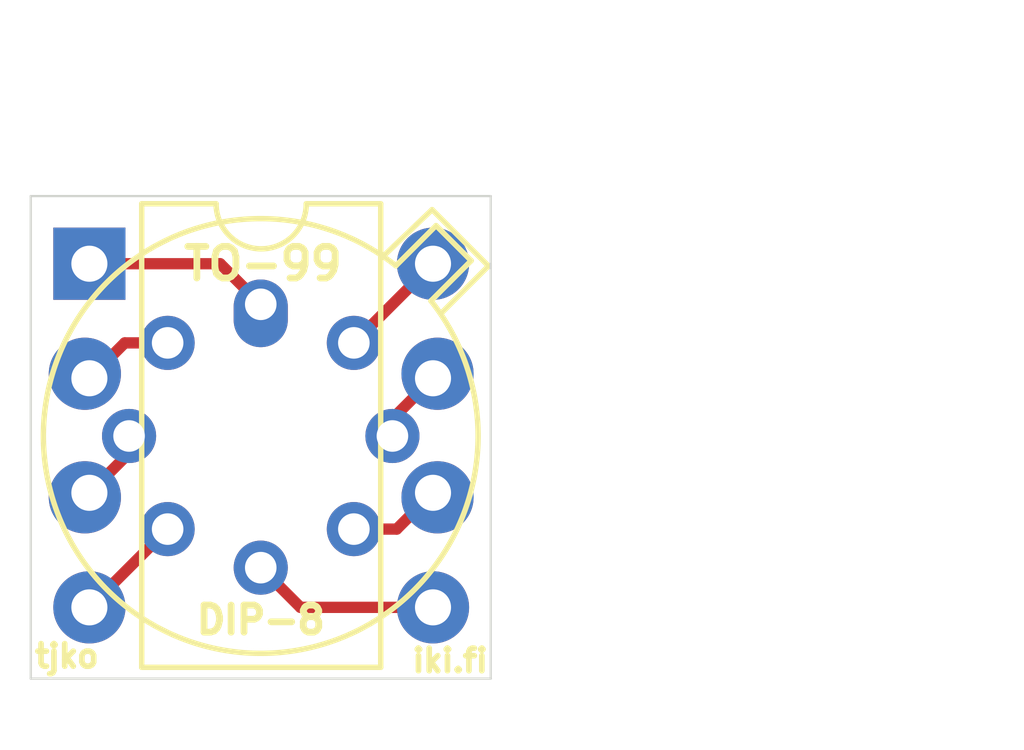
<source format=kicad_pcb>
(kicad_pcb (version 20171130) (host pcbnew "(5.1.6-0-10_14)")

  (general
    (thickness 1.6)
    (drawings 11)
    (tracks 17)
    (zones 0)
    (modules 3)
    (nets 9)
  )

  (page A4)
  (layers
    (0 F.Cu signal)
    (31 B.Cu signal)
    (32 B.Adhes user)
    (33 F.Adhes user)
    (34 B.Paste user)
    (35 F.Paste user)
    (36 B.SilkS user)
    (37 F.SilkS user)
    (38 B.Mask user)
    (39 F.Mask user)
    (40 Dwgs.User user)
    (41 Cmts.User user)
    (42 Eco1.User user)
    (43 Eco2.User user)
    (44 Edge.Cuts user)
    (45 Margin user)
    (46 B.CrtYd user)
    (47 F.CrtYd user)
    (48 B.Fab user)
    (49 F.Fab user)
  )

  (setup
    (last_trace_width 0.25)
    (trace_clearance 0.2)
    (zone_clearance 0.1)
    (zone_45_only no)
    (trace_min 0.2)
    (via_size 0.8)
    (via_drill 0.4)
    (via_min_size 0.4)
    (via_min_drill 0.3)
    (uvia_size 0.3)
    (uvia_drill 0.1)
    (uvias_allowed no)
    (uvia_min_size 0.2)
    (uvia_min_drill 0.1)
    (edge_width 0.05)
    (segment_width 0.2)
    (pcb_text_width 0.3)
    (pcb_text_size 1.5 1.5)
    (mod_edge_width 0.12)
    (mod_text_size 1 1)
    (mod_text_width 0.15)
    (pad_size 1.524 1.524)
    (pad_drill 0.762)
    (pad_to_mask_clearance 0.05)
    (aux_axis_origin 0 0)
    (visible_elements FFFFFF7F)
    (pcbplotparams
      (layerselection 0x010fc_ffffffff)
      (usegerberextensions false)
      (usegerberattributes true)
      (usegerberadvancedattributes true)
      (creategerberjobfile true)
      (excludeedgelayer true)
      (linewidth 0.100000)
      (plotframeref false)
      (viasonmask false)
      (mode 1)
      (useauxorigin false)
      (hpglpennumber 1)
      (hpglpenspeed 20)
      (hpglpendiameter 15.000000)
      (psnegative false)
      (psa4output false)
      (plotreference true)
      (plotvalue true)
      (plotinvisibletext false)
      (padsonsilk false)
      (subtractmaskfromsilk true)
      (outputformat 1)
      (mirror false)
      (drillshape 0)
      (scaleselection 1)
      (outputdirectory "kerber"))
  )

  (net 0 "")
  (net 1 "Net-(J1-Pad3)")
  (net 2 "Net-(J1-Pad2)")
  (net 3 "Net-(J1-Pad5)")
  (net 4 "Net-(J1-Pad1)")
  (net 5 VCC)
  (net 6 GND)
  (net 7 "Net-(J1-Pad7)")
  (net 8 "Net-(J1-Pad6)")

  (net_class Default "This is the default net class."
    (clearance 0.2)
    (trace_width 0.25)
    (via_dia 0.8)
    (via_drill 0.4)
    (uvia_dia 0.3)
    (uvia_drill 0.1)
    (add_net GND)
    (add_net "Net-(J1-Pad1)")
    (add_net "Net-(J1-Pad2)")
    (add_net "Net-(J1-Pad3)")
    (add_net "Net-(J1-Pad5)")
    (add_net "Net-(J1-Pad6)")
    (add_net "Net-(J1-Pad7)")
    (add_net VCC)
  )

  (module MountingHole:MountingHole_3.5mm (layer F.Cu) (tedit 56D1B4CB) (tstamp 61E199E0)
    (at 84.9 71.85)
    (descr "Mounting Hole 3.5mm, no annular")
    (tags "mounting hole 3.5mm no annular")
    (path /6211D986)
    (attr virtual)
    (fp_text reference H1 (at 0 -4.5) (layer F.SilkS) hide
      (effects (font (size 1 1) (thickness 0.15)))
    )
    (fp_text value MountingHole (at 11.8 0.6) (layer F.Fab)
      (effects (font (size 1 1) (thickness 0.15)))
    )
    (fp_circle (center 0 0) (end 3.5 0) (layer Cmts.User) (width 0.15))
    (fp_circle (center 0 0) (end 3.75 0) (layer F.CrtYd) (width 0.05))
    (fp_text user %R (at 7.7 -0.8) (layer F.Fab)
      (effects (font (size 1 1) (thickness 0.15)))
    )
    (pad 1 np_thru_hole circle (at 0 0) (size 3.5 3.5) (drill 3.5) (layers *.Cu *.Mask))
  )

  (module Package_DIP:DIP-8_W7.62mm_small (layer F.Cu) (tedit 61E0C168) (tstamp 61D8F898)
    (at 81.1 68)
    (descr "8-lead though-hole mounted DIP package, row spacing 7.62 mm (300 mils)")
    (tags "THT DIP DIL PDIP 2.54mm 7.62mm 300mil")
    (path /61D98715)
    (fp_text reference J1 (at 3.81 -2.33) (layer F.Fab) hide
      (effects (font (size 1 1) (thickness 0.15)))
    )
    (fp_text value DIP-8 (at 3.81 9.95) (layer F.Fab)
      (effects (font (size 1 1) (thickness 0.15)))
    )
    (fp_line (start 1.635 -1.27) (end 6.985 -1.27) (layer F.Fab) (width 0.1))
    (fp_line (start 6.985 -1.27) (end 6.985 8.89) (layer F.Fab) (width 0.1))
    (fp_line (start 6.985 8.89) (end 0.635 8.89) (layer F.Fab) (width 0.1))
    (fp_line (start 0.635 8.89) (end 0.635 -0.27) (layer F.Fab) (width 0.1))
    (fp_line (start 0.635 -0.27) (end 1.635 -1.27) (layer F.Fab) (width 0.1))
    (fp_line (start 2.81 -1.33) (end 1.16 -1.33) (layer F.SilkS) (width 0.12))
    (fp_line (start 1.16 -1.33) (end 1.16 8.95) (layer F.SilkS) (width 0.12))
    (fp_line (start 1.16 8.95) (end 6.46 8.95) (layer F.SilkS) (width 0.12))
    (fp_line (start 6.46 8.95) (end 6.46 -1.33) (layer F.SilkS) (width 0.12))
    (fp_line (start 6.46 -1.33) (end 4.81 -1.33) (layer F.SilkS) (width 0.12))
    (fp_line (start -1.1 -1.55) (end -1.1 9.15) (layer F.CrtYd) (width 0.05))
    (fp_line (start -1.1 9.15) (end 8.7 9.15) (layer F.CrtYd) (width 0.05))
    (fp_line (start 8.7 9.15) (end 8.7 -1.55) (layer F.CrtYd) (width 0.05))
    (fp_line (start 8.7 -1.55) (end -1.1 -1.55) (layer F.CrtYd) (width 0.05))
    (fp_text user %R (at -0.9 -3.25) (layer F.Fab)
      (effects (font (size 1 1) (thickness 0.15)))
    )
    (fp_arc (start 3.81 -1.33) (end 2.81 -1.33) (angle -180) (layer F.SilkS) (width 0.12))
    (pad 8 thru_hole oval (at 7.62 0) (size 1.6 1.6) (drill 0.8) (layers *.Cu *.Mask)
      (net 5 VCC))
    (pad 4 thru_hole oval (at 0 7.62) (size 1.6 1.6) (drill 0.8) (layers *.Cu *.Mask)
      (net 6 GND))
    (pad 7 thru_hole oval (at 7.62 2.54) (size 1.6 1.6) (drill 0.8 (offset 0.1 -0.1)) (layers *.Cu *.Mask)
      (net 7 "Net-(J1-Pad7)"))
    (pad 3 thru_hole oval (at 0 5.08) (size 1.6 1.6) (drill 0.8 (offset -0.1 0.1)) (layers *.Cu *.Mask)
      (net 1 "Net-(J1-Pad3)"))
    (pad 6 thru_hole oval (at 7.62 5.08) (size 1.6 1.6) (drill 0.8 (offset 0.1 0.1)) (layers *.Cu *.Mask)
      (net 8 "Net-(J1-Pad6)"))
    (pad 2 thru_hole oval (at 0 2.54) (size 1.6 1.6) (drill 0.8 (offset -0.1 -0.1)) (layers *.Cu *.Mask)
      (net 2 "Net-(J1-Pad2)"))
    (pad 5 thru_hole oval (at 7.62 7.62) (size 1.6 1.6) (drill 0.8) (layers *.Cu *.Mask)
      (net 3 "Net-(J1-Pad5)"))
    (pad 1 thru_hole rect (at 0 0) (size 1.6 1.6) (drill 0.8) (layers *.Cu *.Mask)
      (net 4 "Net-(J1-Pad1)"))
    (model ${KISYS3DMOD}/Package_DIP.3dshapes/DIP-8_W7.62mm.wrl
      (at (xyz 0 0 0))
      (scale (xyz 1 1 1))
      (rotate (xyz 0 0 0))
    )
  )

  (module Package_TO_SOT_THT:TO-99-8_Small (layer F.Cu) (tedit 61E0BF62) (tstamp 61E18434)
    (at 84.9 68.9 270)
    (descr TO-99-8)
    (tags TO-99-8)
    (path /61D92C77)
    (fp_text reference U1 (at 2.92 -5.82 90) (layer F.SilkS) hide
      (effects (font (size 1 1) (thickness 0.15)))
    )
    (fp_text value AD584 (at -5.9 3.3 180) (layer F.Fab)
      (effects (font (size 1 1) (thickness 0.15)))
    )
    (fp_line (start -0.085408 -3.61352) (end -0.89151 -4.419621) (layer F.Fab) (width 0.1))
    (fp_line (start -0.89151 -4.419621) (end -1.499621 -3.81151) (layer F.Fab) (width 0.1))
    (fp_line (start -1.499621 -3.81151) (end -0.69352 -3.005408) (layer F.Fab) (width 0.1))
    (fp_line (start -0.077084 -3.774902) (end -0.968039 -4.665856) (layer F.SilkS) (width 0.12))
    (fp_line (start -0.968039 -4.665856) (end -1.745856 -3.888039) (layer F.SilkS) (width 0.12))
    (fp_line (start -1.745856 -3.888039) (end -0.854902 -2.997084) (layer F.SilkS) (width 0.12))
    (fp_line (start -2.04 -4.95) (end -2.04 4.95) (layer F.CrtYd) (width 0.05))
    (fp_line (start -2.04 4.95) (end 7.87 4.95) (layer F.CrtYd) (width 0.05))
    (fp_line (start 7.87 4.95) (end 7.87 -4.95) (layer F.CrtYd) (width 0.05))
    (fp_line (start 7.87 -4.95) (end -2.04 -4.95) (layer F.CrtYd) (width 0.05))
    (fp_circle (center 2.92 0) (end 7.17 0) (layer F.Fab) (width 0.1))
    (fp_arc (start 2.92 0) (end -0.077084 -3.774902) (angle 346.9) (layer F.SilkS) (width 0.12))
    (fp_arc (start 2.92 0) (end -0.085408 -3.61352) (angle 349.5) (layer F.Fab) (width 0.1))
    (fp_text user %R (at 2.92 -5.82 90) (layer F.Fab) hide
      (effects (font (size 1 1) (thickness 0.15)))
    )
    (pad 8 thru_hole oval (at 0.855248 -2.064752 270) (size 1.2 1.2) (drill 0.7) (layers *.Cu *.Mask)
      (net 5 VCC))
    (pad 7 thru_hole oval (at 2.92 -2.92 270) (size 1.2 1.2) (drill 0.7) (layers *.Cu *.Mask)
      (net 7 "Net-(J1-Pad7)"))
    (pad 6 thru_hole oval (at 4.984752 -2.064752 270) (size 1.2 1.2) (drill 0.7) (layers *.Cu *.Mask)
      (net 8 "Net-(J1-Pad6)"))
    (pad 5 thru_hole oval (at 5.84 0 270) (size 1.2 1.2) (drill 0.7) (layers *.Cu *.Mask)
      (net 3 "Net-(J1-Pad5)"))
    (pad 4 thru_hole oval (at 4.984752 2.064752 270) (size 1.2 1.2) (drill 0.7) (layers *.Cu *.Mask)
      (net 6 GND))
    (pad 3 thru_hole oval (at 2.92 2.92 270) (size 1.2 1.2) (drill 0.7) (layers *.Cu *.Mask)
      (net 1 "Net-(J1-Pad3)"))
    (pad 2 thru_hole oval (at 0.855248 2.064752 270) (size 1.2 1.2) (drill 0.7) (layers *.Cu *.Mask)
      (net 2 "Net-(J1-Pad2)"))
    (pad 1 thru_hole oval (at 0 0 270) (size 1.5 1.2) (drill 0.7 (offset 0.2 0)) (layers *.Cu *.Mask)
      (net 4 "Net-(J1-Pad1)"))
    (model ${KISYS3DMOD}/Package_TO_SOT_THT.3dshapes/TO-99-8.wrl
      (at (xyz 0 0 0))
      (scale (xyz 1 1 1))
      (rotate (xyz 0 0 0))
    )
  )

  (gr_text tjko (at 80.6 76.7) (layer F.SilkS) (tstamp 61E1B229)
    (effects (font (size 0.5 0.5) (thickness 0.125)))
  )
  (gr_text DIP-8 (at 84.9 75.9) (layer F.SilkS)
    (effects (font (size 0.6 0.6) (thickness 0.15)))
  )
  (gr_line (start 88.7 66.8) (end 87.6 67.85) (layer F.SilkS) (width 0.12))
  (gr_line (start 89.95 68.05) (end 88.7 66.8) (layer F.SilkS) (width 0.12))
  (gr_line (start 88.9 69.1) (end 89.95 68.05) (layer F.SilkS) (width 0.12))
  (gr_text iki.fi (at 89.1 76.8) (layer F.SilkS)
    (effects (font (size 0.5 0.5) (thickness 0.125)))
  )
  (gr_text TO-99 (at 84.95 68) (layer F.SilkS)
    (effects (font (size 0.7 0.7) (thickness 0.15)))
  )
  (gr_line (start 79.8 77.2) (end 90 77.2) (layer Edge.Cuts) (width 0.05) (tstamp 61D8FB29))
  (gr_line (start 90 66.5) (end 90 77.2) (layer Edge.Cuts) (width 0.05))
  (gr_line (start 79.8 66.5) (end 90 66.5) (layer Edge.Cuts) (width 0.05))
  (gr_line (start 79.8 77.2) (end 79.8 66.5) (layer Edge.Cuts) (width 0.05))

  (segment (start 81.98 72.2) (end 81.1 73.08) (width 0.25) (layer F.Cu) (net 1))
  (segment (start 81.98 71.82) (end 81.98 72.2) (width 0.25) (layer F.Cu) (net 1))
  (segment (start 81.884752 69.755248) (end 81.1 70.54) (width 0.25) (layer F.Cu) (net 2))
  (segment (start 82.835248 69.755248) (end 81.884752 69.755248) (width 0.25) (layer F.Cu) (net 2))
  (segment (start 88.439999 75.339999) (end 88.72 75.62) (width 0.25) (layer F.Cu) (net 3))
  (segment (start 85.78 75.62) (end 88.72 75.62) (width 0.25) (layer F.Cu) (net 3))
  (segment (start 84.9 74.74) (end 85.78 75.62) (width 0.25) (layer F.Cu) (net 3))
  (segment (start 84 68) (end 81.1 68) (width 0.25) (layer F.Cu) (net 4))
  (segment (start 84.9 68.9) (end 84 68) (width 0.25) (layer F.Cu) (net 4))
  (segment (start 86.964752 69.755248) (end 88.72 68) (width 0.25) (layer F.Cu) (net 5))
  (segment (start 82.835248 73.884752) (end 81.1 75.62) (width 0.25) (layer F.Cu) (net 6))
  (segment (start 87.82 71.44) (end 88.72 70.54) (width 0.25) (layer F.Cu) (net 7))
  (segment (start 87.82 71.82) (end 87.82 71.44) (width 0.25) (layer F.Cu) (net 7))
  (segment (start 87.660502 71.82) (end 87.82 71.82) (width 0.25) (layer F.Cu) (net 7))
  (segment (start 87.915248 73.884752) (end 88.72 73.08) (width 0.25) (layer F.Cu) (net 8))
  (segment (start 86.964752 73.884752) (end 87.915248 73.884752) (width 0.25) (layer F.Cu) (net 8))
  (segment (start 86.925 73.924504) (end 86.964752 73.884752) (width 0.25) (layer F.Cu) (net 8))

)

</source>
